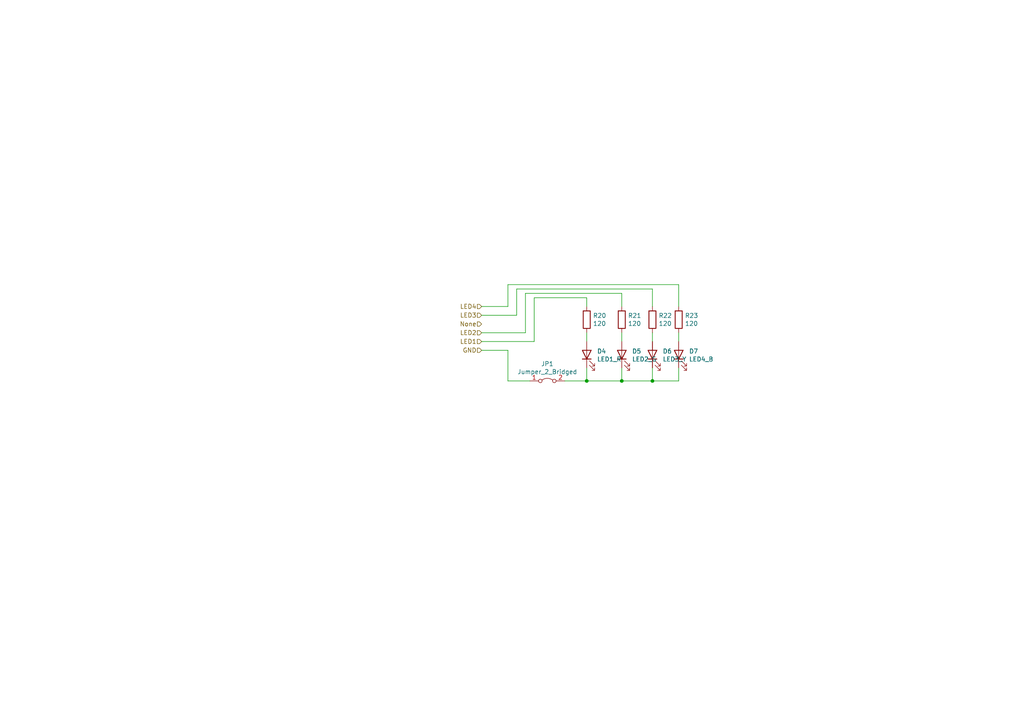
<source format=kicad_sch>
(kicad_sch (version 20211123) (generator eeschema)
  (paper "A4")
  (lib_symbols
    (symbol "Device:LED" (pin_numbers hide) (pin_names (offset 1.016) hide)
      (property "Reference" "D" (at 0 2.54 0))
      (property "Value" "LED" (at 0 -2.54 0))
      (symbol "LED_0_1"
        (polyline (pts (xy -1.27 -1.27) (xy -1.27 1.27)) (stroke (width 0.254)))
        (polyline (pts (xy -1.27 0) (xy 1.27 0)))
        (polyline (pts (xy 1.27 -1.27) (xy 1.27 1.27) (xy -1.27 0) (xy 1.27 -1.27)) (stroke (width 0.254)))
        (polyline (pts (xy -3.048 -0.762) (xy -4.572 -2.286) (xy -3.81 -2.286) (xy -4.572 -2.286) (xy -4.572 -1.524)))
        (polyline (pts (xy -1.778 -0.762) (xy -3.302 -2.286) (xy -2.54 -2.286) (xy -3.302 -2.286) (xy -3.302 -1.524)))
      )
      (symbol "LED_1_1"
        (pin passive line (at -3.81 0 0) (length 2.54) (name "K") (number "1"))
        (pin passive line (at 3.81 0 180) (length 2.54) (name "A") (number "2"))
      )
    )
    (symbol "Device:R" (pin_numbers hide) (pin_names (offset 0))
      (property "Reference" "R" (at 2.032 0 90))
      (property "Value" "R" (at 0 0 90))
      (symbol "R_0_1"
        (rectangle (start -1.016 -2.54) (end 1.016 2.54) (stroke (width 0.254)))
      )
      (symbol "R_1_1"
        (pin passive line (at 0 3.81 270) (length 1.27) (name "~") (number "1"))
        (pin passive line (at 0 -3.81 90) (length 1.27) (name "~") (number "2"))
      )
    )
    (symbol "Jumper:Jumper_2_Bridged" (pin_names (offset 0) hide)
      (property "Reference" "JP" (at 0 1.905 0))
      (property "Value" "Jumper_2_Bridged" (at 0 -2.54 0))
      (symbol "Jumper_2_Bridged_0_0"
        (circle (center -2.032 0) (radius 0.508))
        (circle (center 2.032 0) (radius 0.508))
      )
      (symbol "Jumper_2_Bridged_0_1"
        (arc (start 1.524 0.254) (mid 0 0.762) (end -1.524 0.254))
      )
      (symbol "Jumper_2_Bridged_1_1"
        (pin passive line (at -5.08 0 0) (length 2.54) (name "A") (number "1"))
        (pin passive line (at 5.08 0 180) (length 2.54) (name "B") (number "2"))
      )
    )
  )
  (junction (at 189.23 110.49))
  (junction (at 170.18 110.49))
  (junction (at 180.34 110.49))
  (wire (pts (xy 154.94 86.36) (xy 170.18 86.36)))
  (wire (pts (xy 180.34 85.09) (xy 180.34 88.9)))
  (wire (pts (xy 152.4 96.52) (xy 152.4 85.09)))
  (wire (pts (xy 189.23 83.82) (xy 189.23 88.9)))
  (wire (pts (xy 149.86 83.82) (xy 189.23 83.82)))
  (wire (pts (xy 170.18 86.36) (xy 170.18 88.9)))
  (wire (pts (xy 152.4 85.09) (xy 180.34 85.09)))
  (wire (pts (xy 196.85 96.52) (xy 196.85 99.06)))
  (wire (pts (xy 139.7 99.06) (xy 154.94 99.06)))
  (wire (pts (xy 189.23 106.68) (xy 189.23 110.49)))
  (wire (pts (xy 170.18 106.68) (xy 170.18 110.49)))
  (wire (pts (xy 139.7 96.52) (xy 152.4 96.52)))
  (wire (pts (xy 163.83 110.49) (xy 170.18 110.49)))
  (wire (pts (xy 180.34 106.68) (xy 180.34 110.49)))
  (wire (pts (xy 189.23 96.52) (xy 189.23 99.06)))
  (wire (pts (xy 170.18 110.49) (xy 180.34 110.49)))
  (wire (pts (xy 147.32 110.49) (xy 153.67 110.49)))
  (wire (pts (xy 180.34 96.52) (xy 180.34 99.06)))
  (wire (pts (xy 139.7 101.6) (xy 147.32 101.6)))
  (wire (pts (xy 139.7 88.9) (xy 147.32 88.9)))
  (wire (pts (xy 180.34 110.49) (xy 189.23 110.49)))
  (wire (pts (xy 147.32 82.55) (xy 196.85 82.55)))
  (wire (pts (xy 189.23 110.49) (xy 196.85 110.49)))
  (wire (pts (xy 139.7 91.44) (xy 149.86 91.44)))
  (wire (pts (xy 154.94 99.06) (xy 154.94 86.36)))
  (wire (pts (xy 147.32 101.6) (xy 147.32 110.49)))
  (wire (pts (xy 196.85 82.55) (xy 196.85 88.9)))
  (wire (pts (xy 170.18 96.52) (xy 170.18 99.06)))
  (wire (pts (xy 147.32 88.9) (xy 147.32 82.55)))
  (wire (pts (xy 149.86 91.44) (xy 149.86 83.82)))
  (wire (pts (xy 196.85 110.49) (xy 196.85 106.68)))
  (hierarchical_label "LED2" (shape input) (at 139.7 96.52 180))
  (hierarchical_label "None" (shape input) (at 139.7 93.98 180))
  (hierarchical_label "LED4" (shape input) (at 139.7 88.9 180))
  (hierarchical_label "LED1" (shape input) (at 139.7 99.06 180))
  (hierarchical_label "GND" (shape input) (at 139.7 101.6 180))
  (hierarchical_label "LED3" (shape input) (at 139.7 91.44 180))
  (symbol (lib_id "Jumper:Jumper_2_Bridged") (at 158.75 110.49 0) (unit 1)
    (property "Reference" "JP1" (at 158.75 105.537 0))
    (property "Value" "Jumper_2_Bridged" (at 158.75 107.8484 0))
    (property "Footprint" "Connector_PinHeader_1.27mm:PinHeader_1x02_P1.27mm_Vertical" (effects hide))
  )
  (symbol (lib_id "Device:R") (at 180.34 92.71 0) (unit 1)
    (property "Reference" "R21" (at 182.118 91.5416 0) (effects (justify left)))
    (property "Value" "120" (at 182.118 93.853 0) (effects (justify left)))
    (property "Footprint" "Resistor_SMD:R_0603_1608Metric_Pad0.98x0.95mm_HandSolder" (effects hide))
  )
  (symbol (lib_id "Device:LED") (at 170.18 102.87 90) (unit 1)
    (property "Reference" "D4" (at 173.1518 101.8794 90) (effects (justify right)))
    (property "Value" "LED1_R" (at 173.1518 104.1908 90) (effects (justify right)))
    (property "Footprint" "0.main.robot:LED_SMLE13WBC8W1" (effects hide))
  )
  (symbol (lib_id "Device:R") (at 170.18 92.71 0) (unit 1)
    (property "Reference" "R20" (at 171.958 91.5416 0) (effects (justify left)))
    (property "Value" "120" (at 171.958 93.853 0) (effects (justify left)))
    (property "Footprint" "Resistor_SMD:R_0603_1608Metric_Pad0.98x0.95mm_HandSolder" (effects hide))
  )
  (symbol (lib_id "Device:LED") (at 189.23 102.87 90) (unit 1)
    (property "Reference" "D6" (at 192.2018 101.8794 90) (effects (justify right)))
    (property "Value" "LED3_Y" (at 192.2018 104.1908 90) (effects (justify right)))
    (property "Footprint" "0.main.robot:LED_SMLE13WBC8W1" (effects hide))
  )
  (symbol (lib_id "Device:LED") (at 180.34 102.87 90) (unit 1)
    (property "Reference" "D5" (at 183.3118 101.8794 90) (effects (justify right)))
    (property "Value" "LED2_G" (at 183.3118 104.1908 90) (effects (justify right)))
    (property "Footprint" "0.main.robot:LED_SMLE13WBC8W1" (effects hide))
  )
  (symbol (lib_id "Device:R") (at 189.23 92.71 0) (unit 1)
    (property "Reference" "R22" (at 191.008 91.5416 0) (effects (justify left)))
    (property "Value" "120" (at 191.008 93.853 0) (effects (justify left)))
    (property "Footprint" "Resistor_SMD:R_0603_1608Metric_Pad0.98x0.95mm_HandSolder" (effects hide))
  )
  (symbol (lib_id "Device:LED") (at 196.85 102.87 90) (unit 1)
    (property "Reference" "D7" (at 199.8218 101.8794 90) (effects (justify right)))
    (property "Value" "LED4_B" (at 199.8218 104.1908 90) (effects (justify right)))
    (property "Footprint" "0.main.robot:LED_SMLE13WBC8W1" (effects hide))
  )
  (symbol (lib_id "Device:R") (at 196.85 92.71 0) (unit 1)
    (property "Reference" "R23" (at 198.628 91.5416 0) (effects (justify left)))
    (property "Value" "120" (at 198.628 93.853 0) (effects (justify left)))
    (property "Footprint" "Resistor_SMD:R_0603_1608Metric_Pad0.98x0.95mm_HandSolder" (effects hide))
  )
)
</source>
